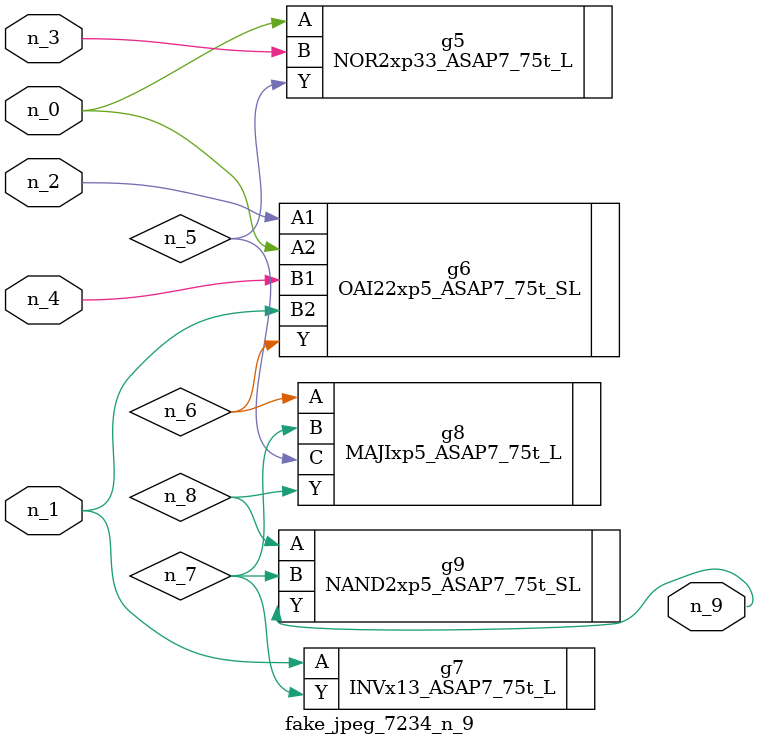
<source format=v>
module fake_jpeg_7234_n_9 (n_3, n_2, n_1, n_0, n_4, n_9);

input n_3;
input n_2;
input n_1;
input n_0;
input n_4;

output n_9;

wire n_8;
wire n_6;
wire n_5;
wire n_7;

NOR2xp33_ASAP7_75t_L g5 ( 
.A(n_0),
.B(n_3),
.Y(n_5)
);

OAI22xp5_ASAP7_75t_SL g6 ( 
.A1(n_2),
.A2(n_0),
.B1(n_4),
.B2(n_1),
.Y(n_6)
);

INVx13_ASAP7_75t_L g7 ( 
.A(n_1),
.Y(n_7)
);

MAJIxp5_ASAP7_75t_L g8 ( 
.A(n_6),
.B(n_7),
.C(n_5),
.Y(n_8)
);

NAND2xp5_ASAP7_75t_SL g9 ( 
.A(n_8),
.B(n_7),
.Y(n_9)
);


endmodule
</source>
